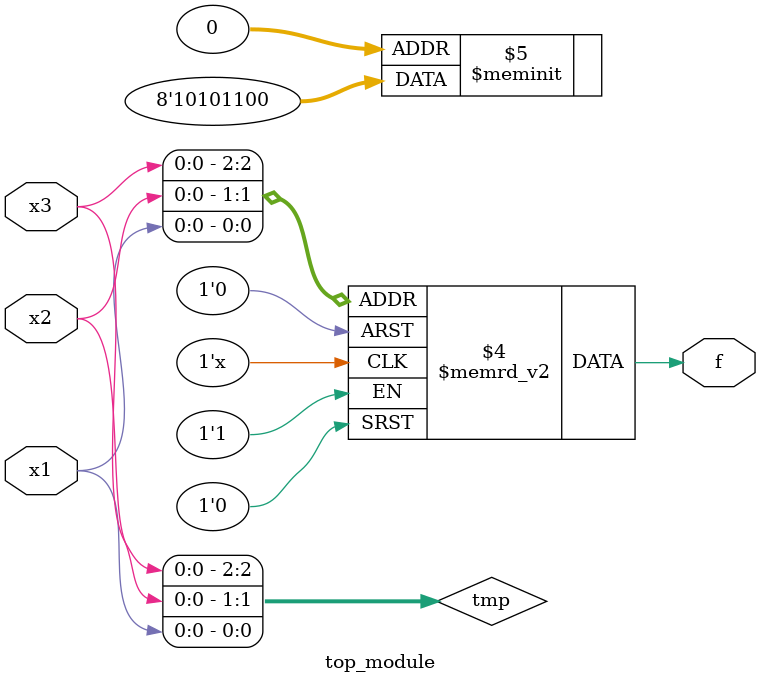
<source format=v>
module top_module( 
    input x3,
    input x2,
    input x1,  // three inputs
    output f   // one output
);
    wire [2:0] tmp;
    assign tmp = {x3,x2,x1};
    always @(*) begin
        case(tmp)
            2,3,5,7: begin
                f = 1;
            end
            0,1,4,6: begin
                f = 0;
            end
        endcase
    end

endmodule

</source>
